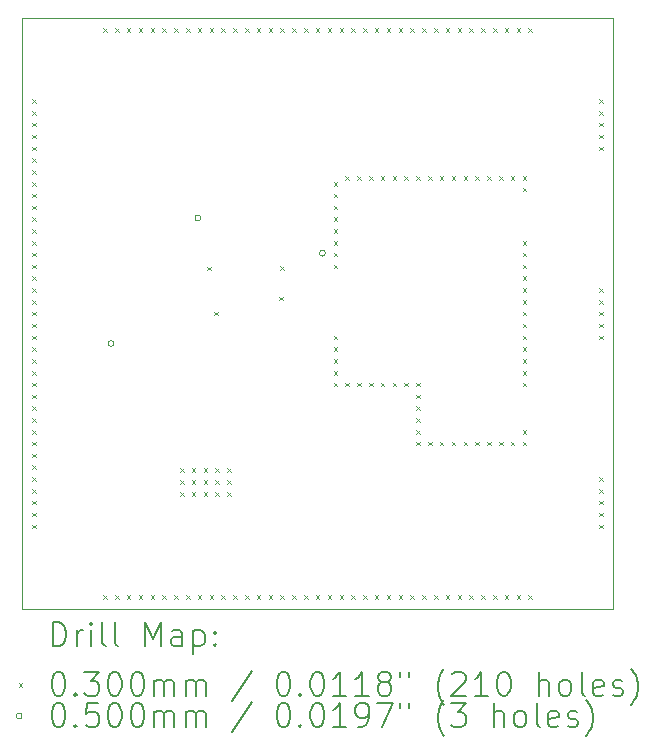
<source format=gbr>
%TF.GenerationSoftware,KiCad,Pcbnew,9.0.1*%
%TF.CreationDate,2025-06-27T23:52:13+02:00*%
%TF.ProjectId,NPI,4e50492e-6b69-4636-9164-5f7063625858,rev?*%
%TF.SameCoordinates,Original*%
%TF.FileFunction,Drillmap*%
%TF.FilePolarity,Positive*%
%FSLAX45Y45*%
G04 Gerber Fmt 4.5, Leading zero omitted, Abs format (unit mm)*
G04 Created by KiCad (PCBNEW 9.0.1) date 2025-06-27 23:52:13*
%MOMM*%
%LPD*%
G01*
G04 APERTURE LIST*
%ADD10C,0.050000*%
%ADD11C,0.200000*%
%ADD12C,0.100000*%
G04 APERTURE END LIST*
D10*
X3700000Y-9200000D02*
X8700000Y-9200000D01*
X8700000Y-14200000D01*
X3700000Y-14200000D01*
X3700000Y-9200000D01*
D11*
D12*
X3785000Y-9885000D02*
X3815000Y-9915000D01*
X3815000Y-9885000D02*
X3785000Y-9915000D01*
X3785000Y-9985000D02*
X3815000Y-10015000D01*
X3815000Y-9985000D02*
X3785000Y-10015000D01*
X3785000Y-10085000D02*
X3815000Y-10115000D01*
X3815000Y-10085000D02*
X3785000Y-10115000D01*
X3785000Y-10185000D02*
X3815000Y-10215000D01*
X3815000Y-10185000D02*
X3785000Y-10215000D01*
X3785000Y-10285000D02*
X3815000Y-10315000D01*
X3815000Y-10285000D02*
X3785000Y-10315000D01*
X3785000Y-10385000D02*
X3815000Y-10415000D01*
X3815000Y-10385000D02*
X3785000Y-10415000D01*
X3785000Y-10485000D02*
X3815000Y-10515000D01*
X3815000Y-10485000D02*
X3785000Y-10515000D01*
X3785000Y-10585000D02*
X3815000Y-10615000D01*
X3815000Y-10585000D02*
X3785000Y-10615000D01*
X3785000Y-10685000D02*
X3815000Y-10715000D01*
X3815000Y-10685000D02*
X3785000Y-10715000D01*
X3785000Y-10785000D02*
X3815000Y-10815000D01*
X3815000Y-10785000D02*
X3785000Y-10815000D01*
X3785000Y-10885000D02*
X3815000Y-10915000D01*
X3815000Y-10885000D02*
X3785000Y-10915000D01*
X3785000Y-10985000D02*
X3815000Y-11015000D01*
X3815000Y-10985000D02*
X3785000Y-11015000D01*
X3785000Y-11085000D02*
X3815000Y-11115000D01*
X3815000Y-11085000D02*
X3785000Y-11115000D01*
X3785000Y-11185000D02*
X3815000Y-11215000D01*
X3815000Y-11185000D02*
X3785000Y-11215000D01*
X3785000Y-11285000D02*
X3815000Y-11315000D01*
X3815000Y-11285000D02*
X3785000Y-11315000D01*
X3785000Y-11385000D02*
X3815000Y-11415000D01*
X3815000Y-11385000D02*
X3785000Y-11415000D01*
X3785000Y-11485000D02*
X3815000Y-11515000D01*
X3815000Y-11485000D02*
X3785000Y-11515000D01*
X3785000Y-11585000D02*
X3815000Y-11615000D01*
X3815000Y-11585000D02*
X3785000Y-11615000D01*
X3785000Y-11685000D02*
X3815000Y-11715000D01*
X3815000Y-11685000D02*
X3785000Y-11715000D01*
X3785000Y-11785000D02*
X3815000Y-11815000D01*
X3815000Y-11785000D02*
X3785000Y-11815000D01*
X3785000Y-11885000D02*
X3815000Y-11915000D01*
X3815000Y-11885000D02*
X3785000Y-11915000D01*
X3785000Y-11985000D02*
X3815000Y-12015000D01*
X3815000Y-11985000D02*
X3785000Y-12015000D01*
X3785000Y-12085000D02*
X3815000Y-12115000D01*
X3815000Y-12085000D02*
X3785000Y-12115000D01*
X3785000Y-12185000D02*
X3815000Y-12215000D01*
X3815000Y-12185000D02*
X3785000Y-12215000D01*
X3785000Y-12285000D02*
X3815000Y-12315000D01*
X3815000Y-12285000D02*
X3785000Y-12315000D01*
X3785000Y-12385000D02*
X3815000Y-12415000D01*
X3815000Y-12385000D02*
X3785000Y-12415000D01*
X3785000Y-12485000D02*
X3815000Y-12515000D01*
X3815000Y-12485000D02*
X3785000Y-12515000D01*
X3785000Y-12585000D02*
X3815000Y-12615000D01*
X3815000Y-12585000D02*
X3785000Y-12615000D01*
X3785000Y-12685000D02*
X3815000Y-12715000D01*
X3815000Y-12685000D02*
X3785000Y-12715000D01*
X3785000Y-12785000D02*
X3815000Y-12815000D01*
X3815000Y-12785000D02*
X3785000Y-12815000D01*
X3785000Y-12885000D02*
X3815000Y-12915000D01*
X3815000Y-12885000D02*
X3785000Y-12915000D01*
X3785000Y-12985000D02*
X3815000Y-13015000D01*
X3815000Y-12985000D02*
X3785000Y-13015000D01*
X3785000Y-13085000D02*
X3815000Y-13115000D01*
X3815000Y-13085000D02*
X3785000Y-13115000D01*
X3785000Y-13185000D02*
X3815000Y-13215000D01*
X3815000Y-13185000D02*
X3785000Y-13215000D01*
X3785000Y-13285000D02*
X3815000Y-13315000D01*
X3815000Y-13285000D02*
X3785000Y-13315000D01*
X3785000Y-13385000D02*
X3815000Y-13415000D01*
X3815000Y-13385000D02*
X3785000Y-13415000D01*
X3785000Y-13485000D02*
X3815000Y-13515000D01*
X3815000Y-13485000D02*
X3785000Y-13515000D01*
X4385000Y-9285000D02*
X4415000Y-9315000D01*
X4415000Y-9285000D02*
X4385000Y-9315000D01*
X4385000Y-14085000D02*
X4415000Y-14115000D01*
X4415000Y-14085000D02*
X4385000Y-14115000D01*
X4485000Y-9285000D02*
X4515000Y-9315000D01*
X4515000Y-9285000D02*
X4485000Y-9315000D01*
X4485000Y-14085000D02*
X4515000Y-14115000D01*
X4515000Y-14085000D02*
X4485000Y-14115000D01*
X4585000Y-9285000D02*
X4615000Y-9315000D01*
X4615000Y-9285000D02*
X4585000Y-9315000D01*
X4585000Y-14085000D02*
X4615000Y-14115000D01*
X4615000Y-14085000D02*
X4585000Y-14115000D01*
X4685000Y-9285000D02*
X4715000Y-9315000D01*
X4715000Y-9285000D02*
X4685000Y-9315000D01*
X4685000Y-14085000D02*
X4715000Y-14115000D01*
X4715000Y-14085000D02*
X4685000Y-14115000D01*
X4785000Y-9285000D02*
X4815000Y-9315000D01*
X4815000Y-9285000D02*
X4785000Y-9315000D01*
X4785000Y-14085000D02*
X4815000Y-14115000D01*
X4815000Y-14085000D02*
X4785000Y-14115000D01*
X4885000Y-9285000D02*
X4915000Y-9315000D01*
X4915000Y-9285000D02*
X4885000Y-9315000D01*
X4885000Y-14085000D02*
X4915000Y-14115000D01*
X4915000Y-14085000D02*
X4885000Y-14115000D01*
X4985000Y-9285000D02*
X5015000Y-9315000D01*
X5015000Y-9285000D02*
X4985000Y-9315000D01*
X4985000Y-14085000D02*
X5015000Y-14115000D01*
X5015000Y-14085000D02*
X4985000Y-14115000D01*
X5035000Y-13010000D02*
X5065000Y-13040000D01*
X5065000Y-13010000D02*
X5035000Y-13040000D01*
X5035000Y-13110000D02*
X5065000Y-13140000D01*
X5065000Y-13110000D02*
X5035000Y-13140000D01*
X5035000Y-13210000D02*
X5065000Y-13240000D01*
X5065000Y-13210000D02*
X5035000Y-13240000D01*
X5085000Y-9285000D02*
X5115000Y-9315000D01*
X5115000Y-9285000D02*
X5085000Y-9315000D01*
X5085000Y-14085000D02*
X5115000Y-14115000D01*
X5115000Y-14085000D02*
X5085000Y-14115000D01*
X5135000Y-13010000D02*
X5165000Y-13040000D01*
X5165000Y-13010000D02*
X5135000Y-13040000D01*
X5135000Y-13110000D02*
X5165000Y-13140000D01*
X5165000Y-13110000D02*
X5135000Y-13140000D01*
X5135000Y-13210000D02*
X5165000Y-13240000D01*
X5165000Y-13210000D02*
X5135000Y-13240000D01*
X5185000Y-9285000D02*
X5215000Y-9315000D01*
X5215000Y-9285000D02*
X5185000Y-9315000D01*
X5185000Y-14085000D02*
X5215000Y-14115000D01*
X5215000Y-14085000D02*
X5185000Y-14115000D01*
X5235000Y-13010000D02*
X5265000Y-13040000D01*
X5265000Y-13010000D02*
X5235000Y-13040000D01*
X5235000Y-13110000D02*
X5265000Y-13140000D01*
X5265000Y-13110000D02*
X5235000Y-13140000D01*
X5235000Y-13210000D02*
X5265000Y-13240000D01*
X5265000Y-13210000D02*
X5235000Y-13240000D01*
X5265000Y-11301000D02*
X5295000Y-11331000D01*
X5295000Y-11301000D02*
X5265000Y-11331000D01*
X5285000Y-9285000D02*
X5315000Y-9315000D01*
X5315000Y-9285000D02*
X5285000Y-9315000D01*
X5285000Y-14085000D02*
X5315000Y-14115000D01*
X5315000Y-14085000D02*
X5285000Y-14115000D01*
X5322000Y-11682000D02*
X5352000Y-11712000D01*
X5352000Y-11682000D02*
X5322000Y-11712000D01*
X5335000Y-13010000D02*
X5365000Y-13040000D01*
X5365000Y-13010000D02*
X5335000Y-13040000D01*
X5335000Y-13110000D02*
X5365000Y-13140000D01*
X5365000Y-13110000D02*
X5335000Y-13140000D01*
X5335000Y-13210000D02*
X5365000Y-13240000D01*
X5365000Y-13210000D02*
X5335000Y-13240000D01*
X5385000Y-9285000D02*
X5415000Y-9315000D01*
X5415000Y-9285000D02*
X5385000Y-9315000D01*
X5385000Y-14085000D02*
X5415000Y-14115000D01*
X5415000Y-14085000D02*
X5385000Y-14115000D01*
X5435000Y-13010000D02*
X5465000Y-13040000D01*
X5465000Y-13010000D02*
X5435000Y-13040000D01*
X5435000Y-13110000D02*
X5465000Y-13140000D01*
X5465000Y-13110000D02*
X5435000Y-13140000D01*
X5435000Y-13210000D02*
X5465000Y-13240000D01*
X5465000Y-13210000D02*
X5435000Y-13240000D01*
X5485000Y-9285000D02*
X5515000Y-9315000D01*
X5515000Y-9285000D02*
X5485000Y-9315000D01*
X5485000Y-14085000D02*
X5515000Y-14115000D01*
X5515000Y-14085000D02*
X5485000Y-14115000D01*
X5585000Y-9285000D02*
X5615000Y-9315000D01*
X5615000Y-9285000D02*
X5585000Y-9315000D01*
X5585000Y-14085000D02*
X5615000Y-14115000D01*
X5615000Y-14085000D02*
X5585000Y-14115000D01*
X5685000Y-9285000D02*
X5715000Y-9315000D01*
X5715000Y-9285000D02*
X5685000Y-9315000D01*
X5685000Y-14085000D02*
X5715000Y-14115000D01*
X5715000Y-14085000D02*
X5685000Y-14115000D01*
X5785000Y-9285000D02*
X5815000Y-9315000D01*
X5815000Y-9285000D02*
X5785000Y-9315000D01*
X5785000Y-14085000D02*
X5815000Y-14115000D01*
X5815000Y-14085000D02*
X5785000Y-14115000D01*
X5875000Y-11555000D02*
X5905000Y-11585000D01*
X5905000Y-11555000D02*
X5875000Y-11585000D01*
X5885000Y-9285000D02*
X5915000Y-9315000D01*
X5915000Y-9285000D02*
X5885000Y-9315000D01*
X5885000Y-11300000D02*
X5915000Y-11330000D01*
X5915000Y-11300000D02*
X5885000Y-11330000D01*
X5885000Y-14085000D02*
X5915000Y-14115000D01*
X5915000Y-14085000D02*
X5885000Y-14115000D01*
X5985000Y-9285000D02*
X6015000Y-9315000D01*
X6015000Y-9285000D02*
X5985000Y-9315000D01*
X5985000Y-14085000D02*
X6015000Y-14115000D01*
X6015000Y-14085000D02*
X5985000Y-14115000D01*
X6085000Y-9285000D02*
X6115000Y-9315000D01*
X6115000Y-9285000D02*
X6085000Y-9315000D01*
X6085000Y-14085000D02*
X6115000Y-14115000D01*
X6115000Y-14085000D02*
X6085000Y-14115000D01*
X6185000Y-9285000D02*
X6215000Y-9315000D01*
X6215000Y-9285000D02*
X6185000Y-9315000D01*
X6185000Y-14085000D02*
X6215000Y-14115000D01*
X6215000Y-14085000D02*
X6185000Y-14115000D01*
X6285000Y-9285000D02*
X6315000Y-9315000D01*
X6315000Y-9285000D02*
X6285000Y-9315000D01*
X6285000Y-14085000D02*
X6315000Y-14115000D01*
X6315000Y-14085000D02*
X6285000Y-14115000D01*
X6335000Y-10585000D02*
X6365000Y-10615000D01*
X6365000Y-10585000D02*
X6335000Y-10615000D01*
X6335000Y-10685000D02*
X6365000Y-10715000D01*
X6365000Y-10685000D02*
X6335000Y-10715000D01*
X6335000Y-10785000D02*
X6365000Y-10815000D01*
X6365000Y-10785000D02*
X6335000Y-10815000D01*
X6335000Y-10885000D02*
X6365000Y-10915000D01*
X6365000Y-10885000D02*
X6335000Y-10915000D01*
X6335000Y-10985000D02*
X6365000Y-11015000D01*
X6365000Y-10985000D02*
X6335000Y-11015000D01*
X6335000Y-11085000D02*
X6365000Y-11115000D01*
X6365000Y-11085000D02*
X6335000Y-11115000D01*
X6335000Y-11185000D02*
X6365000Y-11215000D01*
X6365000Y-11185000D02*
X6335000Y-11215000D01*
X6335000Y-11285000D02*
X6365000Y-11315000D01*
X6365000Y-11285000D02*
X6335000Y-11315000D01*
X6335000Y-11885000D02*
X6365000Y-11915000D01*
X6365000Y-11885000D02*
X6335000Y-11915000D01*
X6335000Y-11985000D02*
X6365000Y-12015000D01*
X6365000Y-11985000D02*
X6335000Y-12015000D01*
X6335000Y-12085000D02*
X6365000Y-12115000D01*
X6365000Y-12085000D02*
X6335000Y-12115000D01*
X6335000Y-12185000D02*
X6365000Y-12215000D01*
X6365000Y-12185000D02*
X6335000Y-12215000D01*
X6335000Y-12285000D02*
X6365000Y-12315000D01*
X6365000Y-12285000D02*
X6335000Y-12315000D01*
X6385000Y-9285000D02*
X6415000Y-9315000D01*
X6415000Y-9285000D02*
X6385000Y-9315000D01*
X6385000Y-14085000D02*
X6415000Y-14115000D01*
X6415000Y-14085000D02*
X6385000Y-14115000D01*
X6435000Y-10535000D02*
X6465000Y-10565000D01*
X6465000Y-10535000D02*
X6435000Y-10565000D01*
X6435000Y-12285000D02*
X6465000Y-12315000D01*
X6465000Y-12285000D02*
X6435000Y-12315000D01*
X6485000Y-9285000D02*
X6515000Y-9315000D01*
X6515000Y-9285000D02*
X6485000Y-9315000D01*
X6485000Y-14085000D02*
X6515000Y-14115000D01*
X6515000Y-14085000D02*
X6485000Y-14115000D01*
X6535000Y-10535000D02*
X6565000Y-10565000D01*
X6565000Y-10535000D02*
X6535000Y-10565000D01*
X6535000Y-12285000D02*
X6565000Y-12315000D01*
X6565000Y-12285000D02*
X6535000Y-12315000D01*
X6585000Y-9285000D02*
X6615000Y-9315000D01*
X6615000Y-9285000D02*
X6585000Y-9315000D01*
X6585000Y-14085000D02*
X6615000Y-14115000D01*
X6615000Y-14085000D02*
X6585000Y-14115000D01*
X6635000Y-10535000D02*
X6665000Y-10565000D01*
X6665000Y-10535000D02*
X6635000Y-10565000D01*
X6635000Y-12285000D02*
X6665000Y-12315000D01*
X6665000Y-12285000D02*
X6635000Y-12315000D01*
X6685000Y-9285000D02*
X6715000Y-9315000D01*
X6715000Y-9285000D02*
X6685000Y-9315000D01*
X6685000Y-14085000D02*
X6715000Y-14115000D01*
X6715000Y-14085000D02*
X6685000Y-14115000D01*
X6735000Y-10535000D02*
X6765000Y-10565000D01*
X6765000Y-10535000D02*
X6735000Y-10565000D01*
X6735000Y-12285000D02*
X6765000Y-12315000D01*
X6765000Y-12285000D02*
X6735000Y-12315000D01*
X6785000Y-9285000D02*
X6815000Y-9315000D01*
X6815000Y-9285000D02*
X6785000Y-9315000D01*
X6785000Y-14085000D02*
X6815000Y-14115000D01*
X6815000Y-14085000D02*
X6785000Y-14115000D01*
X6835000Y-10535000D02*
X6865000Y-10565000D01*
X6865000Y-10535000D02*
X6835000Y-10565000D01*
X6835000Y-12285000D02*
X6865000Y-12315000D01*
X6865000Y-12285000D02*
X6835000Y-12315000D01*
X6885000Y-9285000D02*
X6915000Y-9315000D01*
X6915000Y-9285000D02*
X6885000Y-9315000D01*
X6885000Y-14085000D02*
X6915000Y-14115000D01*
X6915000Y-14085000D02*
X6885000Y-14115000D01*
X6935000Y-10535000D02*
X6965000Y-10565000D01*
X6965000Y-10535000D02*
X6935000Y-10565000D01*
X6935000Y-12285000D02*
X6965000Y-12315000D01*
X6965000Y-12285000D02*
X6935000Y-12315000D01*
X6985000Y-9285000D02*
X7015000Y-9315000D01*
X7015000Y-9285000D02*
X6985000Y-9315000D01*
X6985000Y-14085000D02*
X7015000Y-14115000D01*
X7015000Y-14085000D02*
X6985000Y-14115000D01*
X7035000Y-10535000D02*
X7065000Y-10565000D01*
X7065000Y-10535000D02*
X7035000Y-10565000D01*
X7035000Y-12285000D02*
X7065000Y-12315000D01*
X7065000Y-12285000D02*
X7035000Y-12315000D01*
X7035000Y-12385000D02*
X7065000Y-12415000D01*
X7065000Y-12385000D02*
X7035000Y-12415000D01*
X7035000Y-12485000D02*
X7065000Y-12515000D01*
X7065000Y-12485000D02*
X7035000Y-12515000D01*
X7035000Y-12585000D02*
X7065000Y-12615000D01*
X7065000Y-12585000D02*
X7035000Y-12615000D01*
X7035000Y-12685000D02*
X7065000Y-12715000D01*
X7065000Y-12685000D02*
X7035000Y-12715000D01*
X7035000Y-12785000D02*
X7065000Y-12815000D01*
X7065000Y-12785000D02*
X7035000Y-12815000D01*
X7085000Y-9285000D02*
X7115000Y-9315000D01*
X7115000Y-9285000D02*
X7085000Y-9315000D01*
X7085000Y-14085000D02*
X7115000Y-14115000D01*
X7115000Y-14085000D02*
X7085000Y-14115000D01*
X7135000Y-10535000D02*
X7165000Y-10565000D01*
X7165000Y-10535000D02*
X7135000Y-10565000D01*
X7135000Y-12785000D02*
X7165000Y-12815000D01*
X7165000Y-12785000D02*
X7135000Y-12815000D01*
X7185000Y-9285000D02*
X7215000Y-9315000D01*
X7215000Y-9285000D02*
X7185000Y-9315000D01*
X7185000Y-14085000D02*
X7215000Y-14115000D01*
X7215000Y-14085000D02*
X7185000Y-14115000D01*
X7235000Y-10535000D02*
X7265000Y-10565000D01*
X7265000Y-10535000D02*
X7235000Y-10565000D01*
X7235000Y-12785000D02*
X7265000Y-12815000D01*
X7265000Y-12785000D02*
X7235000Y-12815000D01*
X7285000Y-9285000D02*
X7315000Y-9315000D01*
X7315000Y-9285000D02*
X7285000Y-9315000D01*
X7285000Y-14085000D02*
X7315000Y-14115000D01*
X7315000Y-14085000D02*
X7285000Y-14115000D01*
X7335000Y-10535000D02*
X7365000Y-10565000D01*
X7365000Y-10535000D02*
X7335000Y-10565000D01*
X7335000Y-12785000D02*
X7365000Y-12815000D01*
X7365000Y-12785000D02*
X7335000Y-12815000D01*
X7385000Y-9285000D02*
X7415000Y-9315000D01*
X7415000Y-9285000D02*
X7385000Y-9315000D01*
X7385000Y-14085000D02*
X7415000Y-14115000D01*
X7415000Y-14085000D02*
X7385000Y-14115000D01*
X7435000Y-10535000D02*
X7465000Y-10565000D01*
X7465000Y-10535000D02*
X7435000Y-10565000D01*
X7435000Y-12785000D02*
X7465000Y-12815000D01*
X7465000Y-12785000D02*
X7435000Y-12815000D01*
X7485000Y-9285000D02*
X7515000Y-9315000D01*
X7515000Y-9285000D02*
X7485000Y-9315000D01*
X7485000Y-14085000D02*
X7515000Y-14115000D01*
X7515000Y-14085000D02*
X7485000Y-14115000D01*
X7535000Y-10535000D02*
X7565000Y-10565000D01*
X7565000Y-10535000D02*
X7535000Y-10565000D01*
X7535000Y-12785000D02*
X7565000Y-12815000D01*
X7565000Y-12785000D02*
X7535000Y-12815000D01*
X7585000Y-9285000D02*
X7615000Y-9315000D01*
X7615000Y-9285000D02*
X7585000Y-9315000D01*
X7585000Y-14085000D02*
X7615000Y-14115000D01*
X7615000Y-14085000D02*
X7585000Y-14115000D01*
X7635000Y-10535000D02*
X7665000Y-10565000D01*
X7665000Y-10535000D02*
X7635000Y-10565000D01*
X7635000Y-12785000D02*
X7665000Y-12815000D01*
X7665000Y-12785000D02*
X7635000Y-12815000D01*
X7685000Y-9285000D02*
X7715000Y-9315000D01*
X7715000Y-9285000D02*
X7685000Y-9315000D01*
X7685000Y-14085000D02*
X7715000Y-14115000D01*
X7715000Y-14085000D02*
X7685000Y-14115000D01*
X7735000Y-10535000D02*
X7765000Y-10565000D01*
X7765000Y-10535000D02*
X7735000Y-10565000D01*
X7735000Y-12785000D02*
X7765000Y-12815000D01*
X7765000Y-12785000D02*
X7735000Y-12815000D01*
X7785000Y-9285000D02*
X7815000Y-9315000D01*
X7815000Y-9285000D02*
X7785000Y-9315000D01*
X7785000Y-14085000D02*
X7815000Y-14115000D01*
X7815000Y-14085000D02*
X7785000Y-14115000D01*
X7835000Y-10535000D02*
X7865000Y-10565000D01*
X7865000Y-10535000D02*
X7835000Y-10565000D01*
X7835000Y-12785000D02*
X7865000Y-12815000D01*
X7865000Y-12785000D02*
X7835000Y-12815000D01*
X7885000Y-9285000D02*
X7915000Y-9315000D01*
X7915000Y-9285000D02*
X7885000Y-9315000D01*
X7885000Y-14085000D02*
X7915000Y-14115000D01*
X7915000Y-14085000D02*
X7885000Y-14115000D01*
X7935000Y-10535000D02*
X7965000Y-10565000D01*
X7965000Y-10535000D02*
X7935000Y-10565000D01*
X7935000Y-10635000D02*
X7965000Y-10665000D01*
X7965000Y-10635000D02*
X7935000Y-10665000D01*
X7935000Y-11085000D02*
X7965000Y-11115000D01*
X7965000Y-11085000D02*
X7935000Y-11115000D01*
X7935000Y-11185000D02*
X7965000Y-11215000D01*
X7965000Y-11185000D02*
X7935000Y-11215000D01*
X7935000Y-11285000D02*
X7965000Y-11315000D01*
X7965000Y-11285000D02*
X7935000Y-11315000D01*
X7935000Y-11385000D02*
X7965000Y-11415000D01*
X7965000Y-11385000D02*
X7935000Y-11415000D01*
X7935000Y-11485000D02*
X7965000Y-11515000D01*
X7965000Y-11485000D02*
X7935000Y-11515000D01*
X7935000Y-11585000D02*
X7965000Y-11615000D01*
X7965000Y-11585000D02*
X7935000Y-11615000D01*
X7935000Y-11685000D02*
X7965000Y-11715000D01*
X7965000Y-11685000D02*
X7935000Y-11715000D01*
X7935000Y-11785000D02*
X7965000Y-11815000D01*
X7965000Y-11785000D02*
X7935000Y-11815000D01*
X7935000Y-11885000D02*
X7965000Y-11915000D01*
X7965000Y-11885000D02*
X7935000Y-11915000D01*
X7935000Y-11985000D02*
X7965000Y-12015000D01*
X7965000Y-11985000D02*
X7935000Y-12015000D01*
X7935000Y-12085000D02*
X7965000Y-12115000D01*
X7965000Y-12085000D02*
X7935000Y-12115000D01*
X7935000Y-12185000D02*
X7965000Y-12215000D01*
X7965000Y-12185000D02*
X7935000Y-12215000D01*
X7935000Y-12285000D02*
X7965000Y-12315000D01*
X7965000Y-12285000D02*
X7935000Y-12315000D01*
X7935000Y-12685000D02*
X7965000Y-12715000D01*
X7965000Y-12685000D02*
X7935000Y-12715000D01*
X7935000Y-12785000D02*
X7965000Y-12815000D01*
X7965000Y-12785000D02*
X7935000Y-12815000D01*
X7985000Y-9285000D02*
X8015000Y-9315000D01*
X8015000Y-9285000D02*
X7985000Y-9315000D01*
X7985000Y-14085000D02*
X8015000Y-14115000D01*
X8015000Y-14085000D02*
X7985000Y-14115000D01*
X8585000Y-9885000D02*
X8615000Y-9915000D01*
X8615000Y-9885000D02*
X8585000Y-9915000D01*
X8585000Y-9985000D02*
X8615000Y-10015000D01*
X8615000Y-9985000D02*
X8585000Y-10015000D01*
X8585000Y-10085000D02*
X8615000Y-10115000D01*
X8615000Y-10085000D02*
X8585000Y-10115000D01*
X8585000Y-10185000D02*
X8615000Y-10215000D01*
X8615000Y-10185000D02*
X8585000Y-10215000D01*
X8585000Y-10285000D02*
X8615000Y-10315000D01*
X8615000Y-10285000D02*
X8585000Y-10315000D01*
X8585000Y-11485000D02*
X8615000Y-11515000D01*
X8615000Y-11485000D02*
X8585000Y-11515000D01*
X8585000Y-11585000D02*
X8615000Y-11615000D01*
X8615000Y-11585000D02*
X8585000Y-11615000D01*
X8585000Y-11685000D02*
X8615000Y-11715000D01*
X8615000Y-11685000D02*
X8585000Y-11715000D01*
X8585000Y-11785000D02*
X8615000Y-11815000D01*
X8615000Y-11785000D02*
X8585000Y-11815000D01*
X8585000Y-11885000D02*
X8615000Y-11915000D01*
X8615000Y-11885000D02*
X8585000Y-11915000D01*
X8585000Y-13085000D02*
X8615000Y-13115000D01*
X8615000Y-13085000D02*
X8585000Y-13115000D01*
X8585000Y-13185000D02*
X8615000Y-13215000D01*
X8615000Y-13185000D02*
X8585000Y-13215000D01*
X8585000Y-13285000D02*
X8615000Y-13315000D01*
X8615000Y-13285000D02*
X8585000Y-13315000D01*
X8585000Y-13385000D02*
X8615000Y-13415000D01*
X8615000Y-13385000D02*
X8585000Y-13415000D01*
X8585000Y-13485000D02*
X8615000Y-13515000D01*
X8615000Y-13485000D02*
X8585000Y-13515000D01*
X4475000Y-11952500D02*
G75*
G02*
X4425000Y-11952500I-25000J0D01*
G01*
X4425000Y-11952500D02*
G75*
G02*
X4475000Y-11952500I25000J0D01*
G01*
X5210000Y-10890000D02*
G75*
G02*
X5160000Y-10890000I-25000J0D01*
G01*
X5160000Y-10890000D02*
G75*
G02*
X5210000Y-10890000I25000J0D01*
G01*
X6265000Y-11187500D02*
G75*
G02*
X6215000Y-11187500I-25000J0D01*
G01*
X6215000Y-11187500D02*
G75*
G02*
X6265000Y-11187500I25000J0D01*
G01*
D11*
X3958277Y-14513984D02*
X3958277Y-14313984D01*
X3958277Y-14313984D02*
X4005896Y-14313984D01*
X4005896Y-14313984D02*
X4034467Y-14323508D01*
X4034467Y-14323508D02*
X4053515Y-14342555D01*
X4053515Y-14342555D02*
X4063039Y-14361603D01*
X4063039Y-14361603D02*
X4072562Y-14399698D01*
X4072562Y-14399698D02*
X4072562Y-14428269D01*
X4072562Y-14428269D02*
X4063039Y-14466365D01*
X4063039Y-14466365D02*
X4053515Y-14485412D01*
X4053515Y-14485412D02*
X4034467Y-14504460D01*
X4034467Y-14504460D02*
X4005896Y-14513984D01*
X4005896Y-14513984D02*
X3958277Y-14513984D01*
X4158277Y-14513984D02*
X4158277Y-14380650D01*
X4158277Y-14418746D02*
X4167801Y-14399698D01*
X4167801Y-14399698D02*
X4177324Y-14390174D01*
X4177324Y-14390174D02*
X4196372Y-14380650D01*
X4196372Y-14380650D02*
X4215420Y-14380650D01*
X4282086Y-14513984D02*
X4282086Y-14380650D01*
X4282086Y-14313984D02*
X4272563Y-14323508D01*
X4272563Y-14323508D02*
X4282086Y-14333031D01*
X4282086Y-14333031D02*
X4291610Y-14323508D01*
X4291610Y-14323508D02*
X4282086Y-14313984D01*
X4282086Y-14313984D02*
X4282086Y-14333031D01*
X4405896Y-14513984D02*
X4386848Y-14504460D01*
X4386848Y-14504460D02*
X4377324Y-14485412D01*
X4377324Y-14485412D02*
X4377324Y-14313984D01*
X4510658Y-14513984D02*
X4491610Y-14504460D01*
X4491610Y-14504460D02*
X4482086Y-14485412D01*
X4482086Y-14485412D02*
X4482086Y-14313984D01*
X4739229Y-14513984D02*
X4739229Y-14313984D01*
X4739229Y-14313984D02*
X4805896Y-14456841D01*
X4805896Y-14456841D02*
X4872563Y-14313984D01*
X4872563Y-14313984D02*
X4872563Y-14513984D01*
X5053515Y-14513984D02*
X5053515Y-14409222D01*
X5053515Y-14409222D02*
X5043991Y-14390174D01*
X5043991Y-14390174D02*
X5024944Y-14380650D01*
X5024944Y-14380650D02*
X4986848Y-14380650D01*
X4986848Y-14380650D02*
X4967801Y-14390174D01*
X5053515Y-14504460D02*
X5034467Y-14513984D01*
X5034467Y-14513984D02*
X4986848Y-14513984D01*
X4986848Y-14513984D02*
X4967801Y-14504460D01*
X4967801Y-14504460D02*
X4958277Y-14485412D01*
X4958277Y-14485412D02*
X4958277Y-14466365D01*
X4958277Y-14466365D02*
X4967801Y-14447317D01*
X4967801Y-14447317D02*
X4986848Y-14437793D01*
X4986848Y-14437793D02*
X5034467Y-14437793D01*
X5034467Y-14437793D02*
X5053515Y-14428269D01*
X5148753Y-14380650D02*
X5148753Y-14580650D01*
X5148753Y-14390174D02*
X5167801Y-14380650D01*
X5167801Y-14380650D02*
X5205896Y-14380650D01*
X5205896Y-14380650D02*
X5224944Y-14390174D01*
X5224944Y-14390174D02*
X5234467Y-14399698D01*
X5234467Y-14399698D02*
X5243991Y-14418746D01*
X5243991Y-14418746D02*
X5243991Y-14475888D01*
X5243991Y-14475888D02*
X5234467Y-14494936D01*
X5234467Y-14494936D02*
X5224944Y-14504460D01*
X5224944Y-14504460D02*
X5205896Y-14513984D01*
X5205896Y-14513984D02*
X5167801Y-14513984D01*
X5167801Y-14513984D02*
X5148753Y-14504460D01*
X5329705Y-14494936D02*
X5339229Y-14504460D01*
X5339229Y-14504460D02*
X5329705Y-14513984D01*
X5329705Y-14513984D02*
X5320182Y-14504460D01*
X5320182Y-14504460D02*
X5329705Y-14494936D01*
X5329705Y-14494936D02*
X5329705Y-14513984D01*
X5329705Y-14390174D02*
X5339229Y-14399698D01*
X5339229Y-14399698D02*
X5329705Y-14409222D01*
X5329705Y-14409222D02*
X5320182Y-14399698D01*
X5320182Y-14399698D02*
X5329705Y-14390174D01*
X5329705Y-14390174D02*
X5329705Y-14409222D01*
D12*
X3667500Y-14827500D02*
X3697500Y-14857500D01*
X3697500Y-14827500D02*
X3667500Y-14857500D01*
D11*
X3996372Y-14733984D02*
X4015420Y-14733984D01*
X4015420Y-14733984D02*
X4034467Y-14743508D01*
X4034467Y-14743508D02*
X4043991Y-14753031D01*
X4043991Y-14753031D02*
X4053515Y-14772079D01*
X4053515Y-14772079D02*
X4063039Y-14810174D01*
X4063039Y-14810174D02*
X4063039Y-14857793D01*
X4063039Y-14857793D02*
X4053515Y-14895888D01*
X4053515Y-14895888D02*
X4043991Y-14914936D01*
X4043991Y-14914936D02*
X4034467Y-14924460D01*
X4034467Y-14924460D02*
X4015420Y-14933984D01*
X4015420Y-14933984D02*
X3996372Y-14933984D01*
X3996372Y-14933984D02*
X3977324Y-14924460D01*
X3977324Y-14924460D02*
X3967801Y-14914936D01*
X3967801Y-14914936D02*
X3958277Y-14895888D01*
X3958277Y-14895888D02*
X3948753Y-14857793D01*
X3948753Y-14857793D02*
X3948753Y-14810174D01*
X3948753Y-14810174D02*
X3958277Y-14772079D01*
X3958277Y-14772079D02*
X3967801Y-14753031D01*
X3967801Y-14753031D02*
X3977324Y-14743508D01*
X3977324Y-14743508D02*
X3996372Y-14733984D01*
X4148753Y-14914936D02*
X4158277Y-14924460D01*
X4158277Y-14924460D02*
X4148753Y-14933984D01*
X4148753Y-14933984D02*
X4139229Y-14924460D01*
X4139229Y-14924460D02*
X4148753Y-14914936D01*
X4148753Y-14914936D02*
X4148753Y-14933984D01*
X4224944Y-14733984D02*
X4348753Y-14733984D01*
X4348753Y-14733984D02*
X4282086Y-14810174D01*
X4282086Y-14810174D02*
X4310658Y-14810174D01*
X4310658Y-14810174D02*
X4329705Y-14819698D01*
X4329705Y-14819698D02*
X4339229Y-14829222D01*
X4339229Y-14829222D02*
X4348753Y-14848269D01*
X4348753Y-14848269D02*
X4348753Y-14895888D01*
X4348753Y-14895888D02*
X4339229Y-14914936D01*
X4339229Y-14914936D02*
X4329705Y-14924460D01*
X4329705Y-14924460D02*
X4310658Y-14933984D01*
X4310658Y-14933984D02*
X4253515Y-14933984D01*
X4253515Y-14933984D02*
X4234467Y-14924460D01*
X4234467Y-14924460D02*
X4224944Y-14914936D01*
X4472563Y-14733984D02*
X4491610Y-14733984D01*
X4491610Y-14733984D02*
X4510658Y-14743508D01*
X4510658Y-14743508D02*
X4520182Y-14753031D01*
X4520182Y-14753031D02*
X4529705Y-14772079D01*
X4529705Y-14772079D02*
X4539229Y-14810174D01*
X4539229Y-14810174D02*
X4539229Y-14857793D01*
X4539229Y-14857793D02*
X4529705Y-14895888D01*
X4529705Y-14895888D02*
X4520182Y-14914936D01*
X4520182Y-14914936D02*
X4510658Y-14924460D01*
X4510658Y-14924460D02*
X4491610Y-14933984D01*
X4491610Y-14933984D02*
X4472563Y-14933984D01*
X4472563Y-14933984D02*
X4453515Y-14924460D01*
X4453515Y-14924460D02*
X4443991Y-14914936D01*
X4443991Y-14914936D02*
X4434467Y-14895888D01*
X4434467Y-14895888D02*
X4424944Y-14857793D01*
X4424944Y-14857793D02*
X4424944Y-14810174D01*
X4424944Y-14810174D02*
X4434467Y-14772079D01*
X4434467Y-14772079D02*
X4443991Y-14753031D01*
X4443991Y-14753031D02*
X4453515Y-14743508D01*
X4453515Y-14743508D02*
X4472563Y-14733984D01*
X4663039Y-14733984D02*
X4682086Y-14733984D01*
X4682086Y-14733984D02*
X4701134Y-14743508D01*
X4701134Y-14743508D02*
X4710658Y-14753031D01*
X4710658Y-14753031D02*
X4720182Y-14772079D01*
X4720182Y-14772079D02*
X4729705Y-14810174D01*
X4729705Y-14810174D02*
X4729705Y-14857793D01*
X4729705Y-14857793D02*
X4720182Y-14895888D01*
X4720182Y-14895888D02*
X4710658Y-14914936D01*
X4710658Y-14914936D02*
X4701134Y-14924460D01*
X4701134Y-14924460D02*
X4682086Y-14933984D01*
X4682086Y-14933984D02*
X4663039Y-14933984D01*
X4663039Y-14933984D02*
X4643991Y-14924460D01*
X4643991Y-14924460D02*
X4634467Y-14914936D01*
X4634467Y-14914936D02*
X4624944Y-14895888D01*
X4624944Y-14895888D02*
X4615420Y-14857793D01*
X4615420Y-14857793D02*
X4615420Y-14810174D01*
X4615420Y-14810174D02*
X4624944Y-14772079D01*
X4624944Y-14772079D02*
X4634467Y-14753031D01*
X4634467Y-14753031D02*
X4643991Y-14743508D01*
X4643991Y-14743508D02*
X4663039Y-14733984D01*
X4815420Y-14933984D02*
X4815420Y-14800650D01*
X4815420Y-14819698D02*
X4824944Y-14810174D01*
X4824944Y-14810174D02*
X4843991Y-14800650D01*
X4843991Y-14800650D02*
X4872563Y-14800650D01*
X4872563Y-14800650D02*
X4891610Y-14810174D01*
X4891610Y-14810174D02*
X4901134Y-14829222D01*
X4901134Y-14829222D02*
X4901134Y-14933984D01*
X4901134Y-14829222D02*
X4910658Y-14810174D01*
X4910658Y-14810174D02*
X4929705Y-14800650D01*
X4929705Y-14800650D02*
X4958277Y-14800650D01*
X4958277Y-14800650D02*
X4977325Y-14810174D01*
X4977325Y-14810174D02*
X4986848Y-14829222D01*
X4986848Y-14829222D02*
X4986848Y-14933984D01*
X5082086Y-14933984D02*
X5082086Y-14800650D01*
X5082086Y-14819698D02*
X5091610Y-14810174D01*
X5091610Y-14810174D02*
X5110658Y-14800650D01*
X5110658Y-14800650D02*
X5139229Y-14800650D01*
X5139229Y-14800650D02*
X5158277Y-14810174D01*
X5158277Y-14810174D02*
X5167801Y-14829222D01*
X5167801Y-14829222D02*
X5167801Y-14933984D01*
X5167801Y-14829222D02*
X5177325Y-14810174D01*
X5177325Y-14810174D02*
X5196372Y-14800650D01*
X5196372Y-14800650D02*
X5224944Y-14800650D01*
X5224944Y-14800650D02*
X5243991Y-14810174D01*
X5243991Y-14810174D02*
X5253515Y-14829222D01*
X5253515Y-14829222D02*
X5253515Y-14933984D01*
X5643991Y-14724460D02*
X5472563Y-14981603D01*
X5901134Y-14733984D02*
X5920182Y-14733984D01*
X5920182Y-14733984D02*
X5939229Y-14743508D01*
X5939229Y-14743508D02*
X5948753Y-14753031D01*
X5948753Y-14753031D02*
X5958277Y-14772079D01*
X5958277Y-14772079D02*
X5967801Y-14810174D01*
X5967801Y-14810174D02*
X5967801Y-14857793D01*
X5967801Y-14857793D02*
X5958277Y-14895888D01*
X5958277Y-14895888D02*
X5948753Y-14914936D01*
X5948753Y-14914936D02*
X5939229Y-14924460D01*
X5939229Y-14924460D02*
X5920182Y-14933984D01*
X5920182Y-14933984D02*
X5901134Y-14933984D01*
X5901134Y-14933984D02*
X5882086Y-14924460D01*
X5882086Y-14924460D02*
X5872563Y-14914936D01*
X5872563Y-14914936D02*
X5863039Y-14895888D01*
X5863039Y-14895888D02*
X5853515Y-14857793D01*
X5853515Y-14857793D02*
X5853515Y-14810174D01*
X5853515Y-14810174D02*
X5863039Y-14772079D01*
X5863039Y-14772079D02*
X5872563Y-14753031D01*
X5872563Y-14753031D02*
X5882086Y-14743508D01*
X5882086Y-14743508D02*
X5901134Y-14733984D01*
X6053515Y-14914936D02*
X6063039Y-14924460D01*
X6063039Y-14924460D02*
X6053515Y-14933984D01*
X6053515Y-14933984D02*
X6043991Y-14924460D01*
X6043991Y-14924460D02*
X6053515Y-14914936D01*
X6053515Y-14914936D02*
X6053515Y-14933984D01*
X6186848Y-14733984D02*
X6205896Y-14733984D01*
X6205896Y-14733984D02*
X6224944Y-14743508D01*
X6224944Y-14743508D02*
X6234467Y-14753031D01*
X6234467Y-14753031D02*
X6243991Y-14772079D01*
X6243991Y-14772079D02*
X6253515Y-14810174D01*
X6253515Y-14810174D02*
X6253515Y-14857793D01*
X6253515Y-14857793D02*
X6243991Y-14895888D01*
X6243991Y-14895888D02*
X6234467Y-14914936D01*
X6234467Y-14914936D02*
X6224944Y-14924460D01*
X6224944Y-14924460D02*
X6205896Y-14933984D01*
X6205896Y-14933984D02*
X6186848Y-14933984D01*
X6186848Y-14933984D02*
X6167801Y-14924460D01*
X6167801Y-14924460D02*
X6158277Y-14914936D01*
X6158277Y-14914936D02*
X6148753Y-14895888D01*
X6148753Y-14895888D02*
X6139229Y-14857793D01*
X6139229Y-14857793D02*
X6139229Y-14810174D01*
X6139229Y-14810174D02*
X6148753Y-14772079D01*
X6148753Y-14772079D02*
X6158277Y-14753031D01*
X6158277Y-14753031D02*
X6167801Y-14743508D01*
X6167801Y-14743508D02*
X6186848Y-14733984D01*
X6443991Y-14933984D02*
X6329706Y-14933984D01*
X6386848Y-14933984D02*
X6386848Y-14733984D01*
X6386848Y-14733984D02*
X6367801Y-14762555D01*
X6367801Y-14762555D02*
X6348753Y-14781603D01*
X6348753Y-14781603D02*
X6329706Y-14791127D01*
X6634467Y-14933984D02*
X6520182Y-14933984D01*
X6577325Y-14933984D02*
X6577325Y-14733984D01*
X6577325Y-14733984D02*
X6558277Y-14762555D01*
X6558277Y-14762555D02*
X6539229Y-14781603D01*
X6539229Y-14781603D02*
X6520182Y-14791127D01*
X6748753Y-14819698D02*
X6729706Y-14810174D01*
X6729706Y-14810174D02*
X6720182Y-14800650D01*
X6720182Y-14800650D02*
X6710658Y-14781603D01*
X6710658Y-14781603D02*
X6710658Y-14772079D01*
X6710658Y-14772079D02*
X6720182Y-14753031D01*
X6720182Y-14753031D02*
X6729706Y-14743508D01*
X6729706Y-14743508D02*
X6748753Y-14733984D01*
X6748753Y-14733984D02*
X6786848Y-14733984D01*
X6786848Y-14733984D02*
X6805896Y-14743508D01*
X6805896Y-14743508D02*
X6815420Y-14753031D01*
X6815420Y-14753031D02*
X6824944Y-14772079D01*
X6824944Y-14772079D02*
X6824944Y-14781603D01*
X6824944Y-14781603D02*
X6815420Y-14800650D01*
X6815420Y-14800650D02*
X6805896Y-14810174D01*
X6805896Y-14810174D02*
X6786848Y-14819698D01*
X6786848Y-14819698D02*
X6748753Y-14819698D01*
X6748753Y-14819698D02*
X6729706Y-14829222D01*
X6729706Y-14829222D02*
X6720182Y-14838746D01*
X6720182Y-14838746D02*
X6710658Y-14857793D01*
X6710658Y-14857793D02*
X6710658Y-14895888D01*
X6710658Y-14895888D02*
X6720182Y-14914936D01*
X6720182Y-14914936D02*
X6729706Y-14924460D01*
X6729706Y-14924460D02*
X6748753Y-14933984D01*
X6748753Y-14933984D02*
X6786848Y-14933984D01*
X6786848Y-14933984D02*
X6805896Y-14924460D01*
X6805896Y-14924460D02*
X6815420Y-14914936D01*
X6815420Y-14914936D02*
X6824944Y-14895888D01*
X6824944Y-14895888D02*
X6824944Y-14857793D01*
X6824944Y-14857793D02*
X6815420Y-14838746D01*
X6815420Y-14838746D02*
X6805896Y-14829222D01*
X6805896Y-14829222D02*
X6786848Y-14819698D01*
X6901134Y-14733984D02*
X6901134Y-14772079D01*
X6977325Y-14733984D02*
X6977325Y-14772079D01*
X7272563Y-15010174D02*
X7263039Y-15000650D01*
X7263039Y-15000650D02*
X7243991Y-14972079D01*
X7243991Y-14972079D02*
X7234468Y-14953031D01*
X7234468Y-14953031D02*
X7224944Y-14924460D01*
X7224944Y-14924460D02*
X7215420Y-14876841D01*
X7215420Y-14876841D02*
X7215420Y-14838746D01*
X7215420Y-14838746D02*
X7224944Y-14791127D01*
X7224944Y-14791127D02*
X7234468Y-14762555D01*
X7234468Y-14762555D02*
X7243991Y-14743508D01*
X7243991Y-14743508D02*
X7263039Y-14714936D01*
X7263039Y-14714936D02*
X7272563Y-14705412D01*
X7339229Y-14753031D02*
X7348753Y-14743508D01*
X7348753Y-14743508D02*
X7367801Y-14733984D01*
X7367801Y-14733984D02*
X7415420Y-14733984D01*
X7415420Y-14733984D02*
X7434468Y-14743508D01*
X7434468Y-14743508D02*
X7443991Y-14753031D01*
X7443991Y-14753031D02*
X7453515Y-14772079D01*
X7453515Y-14772079D02*
X7453515Y-14791127D01*
X7453515Y-14791127D02*
X7443991Y-14819698D01*
X7443991Y-14819698D02*
X7329706Y-14933984D01*
X7329706Y-14933984D02*
X7453515Y-14933984D01*
X7643991Y-14933984D02*
X7529706Y-14933984D01*
X7586848Y-14933984D02*
X7586848Y-14733984D01*
X7586848Y-14733984D02*
X7567801Y-14762555D01*
X7567801Y-14762555D02*
X7548753Y-14781603D01*
X7548753Y-14781603D02*
X7529706Y-14791127D01*
X7767801Y-14733984D02*
X7786849Y-14733984D01*
X7786849Y-14733984D02*
X7805896Y-14743508D01*
X7805896Y-14743508D02*
X7815420Y-14753031D01*
X7815420Y-14753031D02*
X7824944Y-14772079D01*
X7824944Y-14772079D02*
X7834468Y-14810174D01*
X7834468Y-14810174D02*
X7834468Y-14857793D01*
X7834468Y-14857793D02*
X7824944Y-14895888D01*
X7824944Y-14895888D02*
X7815420Y-14914936D01*
X7815420Y-14914936D02*
X7805896Y-14924460D01*
X7805896Y-14924460D02*
X7786849Y-14933984D01*
X7786849Y-14933984D02*
X7767801Y-14933984D01*
X7767801Y-14933984D02*
X7748753Y-14924460D01*
X7748753Y-14924460D02*
X7739229Y-14914936D01*
X7739229Y-14914936D02*
X7729706Y-14895888D01*
X7729706Y-14895888D02*
X7720182Y-14857793D01*
X7720182Y-14857793D02*
X7720182Y-14810174D01*
X7720182Y-14810174D02*
X7729706Y-14772079D01*
X7729706Y-14772079D02*
X7739229Y-14753031D01*
X7739229Y-14753031D02*
X7748753Y-14743508D01*
X7748753Y-14743508D02*
X7767801Y-14733984D01*
X8072563Y-14933984D02*
X8072563Y-14733984D01*
X8158277Y-14933984D02*
X8158277Y-14829222D01*
X8158277Y-14829222D02*
X8148753Y-14810174D01*
X8148753Y-14810174D02*
X8129706Y-14800650D01*
X8129706Y-14800650D02*
X8101134Y-14800650D01*
X8101134Y-14800650D02*
X8082087Y-14810174D01*
X8082087Y-14810174D02*
X8072563Y-14819698D01*
X8282087Y-14933984D02*
X8263039Y-14924460D01*
X8263039Y-14924460D02*
X8253515Y-14914936D01*
X8253515Y-14914936D02*
X8243991Y-14895888D01*
X8243991Y-14895888D02*
X8243991Y-14838746D01*
X8243991Y-14838746D02*
X8253515Y-14819698D01*
X8253515Y-14819698D02*
X8263039Y-14810174D01*
X8263039Y-14810174D02*
X8282087Y-14800650D01*
X8282087Y-14800650D02*
X8310658Y-14800650D01*
X8310658Y-14800650D02*
X8329706Y-14810174D01*
X8329706Y-14810174D02*
X8339230Y-14819698D01*
X8339230Y-14819698D02*
X8348753Y-14838746D01*
X8348753Y-14838746D02*
X8348753Y-14895888D01*
X8348753Y-14895888D02*
X8339230Y-14914936D01*
X8339230Y-14914936D02*
X8329706Y-14924460D01*
X8329706Y-14924460D02*
X8310658Y-14933984D01*
X8310658Y-14933984D02*
X8282087Y-14933984D01*
X8463039Y-14933984D02*
X8443992Y-14924460D01*
X8443992Y-14924460D02*
X8434468Y-14905412D01*
X8434468Y-14905412D02*
X8434468Y-14733984D01*
X8615420Y-14924460D02*
X8596373Y-14933984D01*
X8596373Y-14933984D02*
X8558277Y-14933984D01*
X8558277Y-14933984D02*
X8539230Y-14924460D01*
X8539230Y-14924460D02*
X8529706Y-14905412D01*
X8529706Y-14905412D02*
X8529706Y-14829222D01*
X8529706Y-14829222D02*
X8539230Y-14810174D01*
X8539230Y-14810174D02*
X8558277Y-14800650D01*
X8558277Y-14800650D02*
X8596373Y-14800650D01*
X8596373Y-14800650D02*
X8615420Y-14810174D01*
X8615420Y-14810174D02*
X8624944Y-14829222D01*
X8624944Y-14829222D02*
X8624944Y-14848269D01*
X8624944Y-14848269D02*
X8529706Y-14867317D01*
X8701134Y-14924460D02*
X8720182Y-14933984D01*
X8720182Y-14933984D02*
X8758277Y-14933984D01*
X8758277Y-14933984D02*
X8777325Y-14924460D01*
X8777325Y-14924460D02*
X8786849Y-14905412D01*
X8786849Y-14905412D02*
X8786849Y-14895888D01*
X8786849Y-14895888D02*
X8777325Y-14876841D01*
X8777325Y-14876841D02*
X8758277Y-14867317D01*
X8758277Y-14867317D02*
X8729706Y-14867317D01*
X8729706Y-14867317D02*
X8710658Y-14857793D01*
X8710658Y-14857793D02*
X8701134Y-14838746D01*
X8701134Y-14838746D02*
X8701134Y-14829222D01*
X8701134Y-14829222D02*
X8710658Y-14810174D01*
X8710658Y-14810174D02*
X8729706Y-14800650D01*
X8729706Y-14800650D02*
X8758277Y-14800650D01*
X8758277Y-14800650D02*
X8777325Y-14810174D01*
X8853515Y-15010174D02*
X8863039Y-15000650D01*
X8863039Y-15000650D02*
X8882087Y-14972079D01*
X8882087Y-14972079D02*
X8891611Y-14953031D01*
X8891611Y-14953031D02*
X8901134Y-14924460D01*
X8901134Y-14924460D02*
X8910658Y-14876841D01*
X8910658Y-14876841D02*
X8910658Y-14838746D01*
X8910658Y-14838746D02*
X8901134Y-14791127D01*
X8901134Y-14791127D02*
X8891611Y-14762555D01*
X8891611Y-14762555D02*
X8882087Y-14743508D01*
X8882087Y-14743508D02*
X8863039Y-14714936D01*
X8863039Y-14714936D02*
X8853515Y-14705412D01*
D12*
X3697500Y-15106500D02*
G75*
G02*
X3647500Y-15106500I-25000J0D01*
G01*
X3647500Y-15106500D02*
G75*
G02*
X3697500Y-15106500I25000J0D01*
G01*
D11*
X3996372Y-14997984D02*
X4015420Y-14997984D01*
X4015420Y-14997984D02*
X4034467Y-15007508D01*
X4034467Y-15007508D02*
X4043991Y-15017031D01*
X4043991Y-15017031D02*
X4053515Y-15036079D01*
X4053515Y-15036079D02*
X4063039Y-15074174D01*
X4063039Y-15074174D02*
X4063039Y-15121793D01*
X4063039Y-15121793D02*
X4053515Y-15159888D01*
X4053515Y-15159888D02*
X4043991Y-15178936D01*
X4043991Y-15178936D02*
X4034467Y-15188460D01*
X4034467Y-15188460D02*
X4015420Y-15197984D01*
X4015420Y-15197984D02*
X3996372Y-15197984D01*
X3996372Y-15197984D02*
X3977324Y-15188460D01*
X3977324Y-15188460D02*
X3967801Y-15178936D01*
X3967801Y-15178936D02*
X3958277Y-15159888D01*
X3958277Y-15159888D02*
X3948753Y-15121793D01*
X3948753Y-15121793D02*
X3948753Y-15074174D01*
X3948753Y-15074174D02*
X3958277Y-15036079D01*
X3958277Y-15036079D02*
X3967801Y-15017031D01*
X3967801Y-15017031D02*
X3977324Y-15007508D01*
X3977324Y-15007508D02*
X3996372Y-14997984D01*
X4148753Y-15178936D02*
X4158277Y-15188460D01*
X4158277Y-15188460D02*
X4148753Y-15197984D01*
X4148753Y-15197984D02*
X4139229Y-15188460D01*
X4139229Y-15188460D02*
X4148753Y-15178936D01*
X4148753Y-15178936D02*
X4148753Y-15197984D01*
X4339229Y-14997984D02*
X4243991Y-14997984D01*
X4243991Y-14997984D02*
X4234467Y-15093222D01*
X4234467Y-15093222D02*
X4243991Y-15083698D01*
X4243991Y-15083698D02*
X4263039Y-15074174D01*
X4263039Y-15074174D02*
X4310658Y-15074174D01*
X4310658Y-15074174D02*
X4329705Y-15083698D01*
X4329705Y-15083698D02*
X4339229Y-15093222D01*
X4339229Y-15093222D02*
X4348753Y-15112269D01*
X4348753Y-15112269D02*
X4348753Y-15159888D01*
X4348753Y-15159888D02*
X4339229Y-15178936D01*
X4339229Y-15178936D02*
X4329705Y-15188460D01*
X4329705Y-15188460D02*
X4310658Y-15197984D01*
X4310658Y-15197984D02*
X4263039Y-15197984D01*
X4263039Y-15197984D02*
X4243991Y-15188460D01*
X4243991Y-15188460D02*
X4234467Y-15178936D01*
X4472563Y-14997984D02*
X4491610Y-14997984D01*
X4491610Y-14997984D02*
X4510658Y-15007508D01*
X4510658Y-15007508D02*
X4520182Y-15017031D01*
X4520182Y-15017031D02*
X4529705Y-15036079D01*
X4529705Y-15036079D02*
X4539229Y-15074174D01*
X4539229Y-15074174D02*
X4539229Y-15121793D01*
X4539229Y-15121793D02*
X4529705Y-15159888D01*
X4529705Y-15159888D02*
X4520182Y-15178936D01*
X4520182Y-15178936D02*
X4510658Y-15188460D01*
X4510658Y-15188460D02*
X4491610Y-15197984D01*
X4491610Y-15197984D02*
X4472563Y-15197984D01*
X4472563Y-15197984D02*
X4453515Y-15188460D01*
X4453515Y-15188460D02*
X4443991Y-15178936D01*
X4443991Y-15178936D02*
X4434467Y-15159888D01*
X4434467Y-15159888D02*
X4424944Y-15121793D01*
X4424944Y-15121793D02*
X4424944Y-15074174D01*
X4424944Y-15074174D02*
X4434467Y-15036079D01*
X4434467Y-15036079D02*
X4443991Y-15017031D01*
X4443991Y-15017031D02*
X4453515Y-15007508D01*
X4453515Y-15007508D02*
X4472563Y-14997984D01*
X4663039Y-14997984D02*
X4682086Y-14997984D01*
X4682086Y-14997984D02*
X4701134Y-15007508D01*
X4701134Y-15007508D02*
X4710658Y-15017031D01*
X4710658Y-15017031D02*
X4720182Y-15036079D01*
X4720182Y-15036079D02*
X4729705Y-15074174D01*
X4729705Y-15074174D02*
X4729705Y-15121793D01*
X4729705Y-15121793D02*
X4720182Y-15159888D01*
X4720182Y-15159888D02*
X4710658Y-15178936D01*
X4710658Y-15178936D02*
X4701134Y-15188460D01*
X4701134Y-15188460D02*
X4682086Y-15197984D01*
X4682086Y-15197984D02*
X4663039Y-15197984D01*
X4663039Y-15197984D02*
X4643991Y-15188460D01*
X4643991Y-15188460D02*
X4634467Y-15178936D01*
X4634467Y-15178936D02*
X4624944Y-15159888D01*
X4624944Y-15159888D02*
X4615420Y-15121793D01*
X4615420Y-15121793D02*
X4615420Y-15074174D01*
X4615420Y-15074174D02*
X4624944Y-15036079D01*
X4624944Y-15036079D02*
X4634467Y-15017031D01*
X4634467Y-15017031D02*
X4643991Y-15007508D01*
X4643991Y-15007508D02*
X4663039Y-14997984D01*
X4815420Y-15197984D02*
X4815420Y-15064650D01*
X4815420Y-15083698D02*
X4824944Y-15074174D01*
X4824944Y-15074174D02*
X4843991Y-15064650D01*
X4843991Y-15064650D02*
X4872563Y-15064650D01*
X4872563Y-15064650D02*
X4891610Y-15074174D01*
X4891610Y-15074174D02*
X4901134Y-15093222D01*
X4901134Y-15093222D02*
X4901134Y-15197984D01*
X4901134Y-15093222D02*
X4910658Y-15074174D01*
X4910658Y-15074174D02*
X4929705Y-15064650D01*
X4929705Y-15064650D02*
X4958277Y-15064650D01*
X4958277Y-15064650D02*
X4977325Y-15074174D01*
X4977325Y-15074174D02*
X4986848Y-15093222D01*
X4986848Y-15093222D02*
X4986848Y-15197984D01*
X5082086Y-15197984D02*
X5082086Y-15064650D01*
X5082086Y-15083698D02*
X5091610Y-15074174D01*
X5091610Y-15074174D02*
X5110658Y-15064650D01*
X5110658Y-15064650D02*
X5139229Y-15064650D01*
X5139229Y-15064650D02*
X5158277Y-15074174D01*
X5158277Y-15074174D02*
X5167801Y-15093222D01*
X5167801Y-15093222D02*
X5167801Y-15197984D01*
X5167801Y-15093222D02*
X5177325Y-15074174D01*
X5177325Y-15074174D02*
X5196372Y-15064650D01*
X5196372Y-15064650D02*
X5224944Y-15064650D01*
X5224944Y-15064650D02*
X5243991Y-15074174D01*
X5243991Y-15074174D02*
X5253515Y-15093222D01*
X5253515Y-15093222D02*
X5253515Y-15197984D01*
X5643991Y-14988460D02*
X5472563Y-15245603D01*
X5901134Y-14997984D02*
X5920182Y-14997984D01*
X5920182Y-14997984D02*
X5939229Y-15007508D01*
X5939229Y-15007508D02*
X5948753Y-15017031D01*
X5948753Y-15017031D02*
X5958277Y-15036079D01*
X5958277Y-15036079D02*
X5967801Y-15074174D01*
X5967801Y-15074174D02*
X5967801Y-15121793D01*
X5967801Y-15121793D02*
X5958277Y-15159888D01*
X5958277Y-15159888D02*
X5948753Y-15178936D01*
X5948753Y-15178936D02*
X5939229Y-15188460D01*
X5939229Y-15188460D02*
X5920182Y-15197984D01*
X5920182Y-15197984D02*
X5901134Y-15197984D01*
X5901134Y-15197984D02*
X5882086Y-15188460D01*
X5882086Y-15188460D02*
X5872563Y-15178936D01*
X5872563Y-15178936D02*
X5863039Y-15159888D01*
X5863039Y-15159888D02*
X5853515Y-15121793D01*
X5853515Y-15121793D02*
X5853515Y-15074174D01*
X5853515Y-15074174D02*
X5863039Y-15036079D01*
X5863039Y-15036079D02*
X5872563Y-15017031D01*
X5872563Y-15017031D02*
X5882086Y-15007508D01*
X5882086Y-15007508D02*
X5901134Y-14997984D01*
X6053515Y-15178936D02*
X6063039Y-15188460D01*
X6063039Y-15188460D02*
X6053515Y-15197984D01*
X6053515Y-15197984D02*
X6043991Y-15188460D01*
X6043991Y-15188460D02*
X6053515Y-15178936D01*
X6053515Y-15178936D02*
X6053515Y-15197984D01*
X6186848Y-14997984D02*
X6205896Y-14997984D01*
X6205896Y-14997984D02*
X6224944Y-15007508D01*
X6224944Y-15007508D02*
X6234467Y-15017031D01*
X6234467Y-15017031D02*
X6243991Y-15036079D01*
X6243991Y-15036079D02*
X6253515Y-15074174D01*
X6253515Y-15074174D02*
X6253515Y-15121793D01*
X6253515Y-15121793D02*
X6243991Y-15159888D01*
X6243991Y-15159888D02*
X6234467Y-15178936D01*
X6234467Y-15178936D02*
X6224944Y-15188460D01*
X6224944Y-15188460D02*
X6205896Y-15197984D01*
X6205896Y-15197984D02*
X6186848Y-15197984D01*
X6186848Y-15197984D02*
X6167801Y-15188460D01*
X6167801Y-15188460D02*
X6158277Y-15178936D01*
X6158277Y-15178936D02*
X6148753Y-15159888D01*
X6148753Y-15159888D02*
X6139229Y-15121793D01*
X6139229Y-15121793D02*
X6139229Y-15074174D01*
X6139229Y-15074174D02*
X6148753Y-15036079D01*
X6148753Y-15036079D02*
X6158277Y-15017031D01*
X6158277Y-15017031D02*
X6167801Y-15007508D01*
X6167801Y-15007508D02*
X6186848Y-14997984D01*
X6443991Y-15197984D02*
X6329706Y-15197984D01*
X6386848Y-15197984D02*
X6386848Y-14997984D01*
X6386848Y-14997984D02*
X6367801Y-15026555D01*
X6367801Y-15026555D02*
X6348753Y-15045603D01*
X6348753Y-15045603D02*
X6329706Y-15055127D01*
X6539229Y-15197984D02*
X6577325Y-15197984D01*
X6577325Y-15197984D02*
X6596372Y-15188460D01*
X6596372Y-15188460D02*
X6605896Y-15178936D01*
X6605896Y-15178936D02*
X6624944Y-15150365D01*
X6624944Y-15150365D02*
X6634467Y-15112269D01*
X6634467Y-15112269D02*
X6634467Y-15036079D01*
X6634467Y-15036079D02*
X6624944Y-15017031D01*
X6624944Y-15017031D02*
X6615420Y-15007508D01*
X6615420Y-15007508D02*
X6596372Y-14997984D01*
X6596372Y-14997984D02*
X6558277Y-14997984D01*
X6558277Y-14997984D02*
X6539229Y-15007508D01*
X6539229Y-15007508D02*
X6529706Y-15017031D01*
X6529706Y-15017031D02*
X6520182Y-15036079D01*
X6520182Y-15036079D02*
X6520182Y-15083698D01*
X6520182Y-15083698D02*
X6529706Y-15102746D01*
X6529706Y-15102746D02*
X6539229Y-15112269D01*
X6539229Y-15112269D02*
X6558277Y-15121793D01*
X6558277Y-15121793D02*
X6596372Y-15121793D01*
X6596372Y-15121793D02*
X6615420Y-15112269D01*
X6615420Y-15112269D02*
X6624944Y-15102746D01*
X6624944Y-15102746D02*
X6634467Y-15083698D01*
X6701134Y-14997984D02*
X6834467Y-14997984D01*
X6834467Y-14997984D02*
X6748753Y-15197984D01*
X6901134Y-14997984D02*
X6901134Y-15036079D01*
X6977325Y-14997984D02*
X6977325Y-15036079D01*
X7272563Y-15274174D02*
X7263039Y-15264650D01*
X7263039Y-15264650D02*
X7243991Y-15236079D01*
X7243991Y-15236079D02*
X7234468Y-15217031D01*
X7234468Y-15217031D02*
X7224944Y-15188460D01*
X7224944Y-15188460D02*
X7215420Y-15140841D01*
X7215420Y-15140841D02*
X7215420Y-15102746D01*
X7215420Y-15102746D02*
X7224944Y-15055127D01*
X7224944Y-15055127D02*
X7234468Y-15026555D01*
X7234468Y-15026555D02*
X7243991Y-15007508D01*
X7243991Y-15007508D02*
X7263039Y-14978936D01*
X7263039Y-14978936D02*
X7272563Y-14969412D01*
X7329706Y-14997984D02*
X7453515Y-14997984D01*
X7453515Y-14997984D02*
X7386848Y-15074174D01*
X7386848Y-15074174D02*
X7415420Y-15074174D01*
X7415420Y-15074174D02*
X7434468Y-15083698D01*
X7434468Y-15083698D02*
X7443991Y-15093222D01*
X7443991Y-15093222D02*
X7453515Y-15112269D01*
X7453515Y-15112269D02*
X7453515Y-15159888D01*
X7453515Y-15159888D02*
X7443991Y-15178936D01*
X7443991Y-15178936D02*
X7434468Y-15188460D01*
X7434468Y-15188460D02*
X7415420Y-15197984D01*
X7415420Y-15197984D02*
X7358277Y-15197984D01*
X7358277Y-15197984D02*
X7339229Y-15188460D01*
X7339229Y-15188460D02*
X7329706Y-15178936D01*
X7691610Y-15197984D02*
X7691610Y-14997984D01*
X7777325Y-15197984D02*
X7777325Y-15093222D01*
X7777325Y-15093222D02*
X7767801Y-15074174D01*
X7767801Y-15074174D02*
X7748753Y-15064650D01*
X7748753Y-15064650D02*
X7720182Y-15064650D01*
X7720182Y-15064650D02*
X7701134Y-15074174D01*
X7701134Y-15074174D02*
X7691610Y-15083698D01*
X7901134Y-15197984D02*
X7882087Y-15188460D01*
X7882087Y-15188460D02*
X7872563Y-15178936D01*
X7872563Y-15178936D02*
X7863039Y-15159888D01*
X7863039Y-15159888D02*
X7863039Y-15102746D01*
X7863039Y-15102746D02*
X7872563Y-15083698D01*
X7872563Y-15083698D02*
X7882087Y-15074174D01*
X7882087Y-15074174D02*
X7901134Y-15064650D01*
X7901134Y-15064650D02*
X7929706Y-15064650D01*
X7929706Y-15064650D02*
X7948753Y-15074174D01*
X7948753Y-15074174D02*
X7958277Y-15083698D01*
X7958277Y-15083698D02*
X7967801Y-15102746D01*
X7967801Y-15102746D02*
X7967801Y-15159888D01*
X7967801Y-15159888D02*
X7958277Y-15178936D01*
X7958277Y-15178936D02*
X7948753Y-15188460D01*
X7948753Y-15188460D02*
X7929706Y-15197984D01*
X7929706Y-15197984D02*
X7901134Y-15197984D01*
X8082087Y-15197984D02*
X8063039Y-15188460D01*
X8063039Y-15188460D02*
X8053515Y-15169412D01*
X8053515Y-15169412D02*
X8053515Y-14997984D01*
X8234468Y-15188460D02*
X8215420Y-15197984D01*
X8215420Y-15197984D02*
X8177325Y-15197984D01*
X8177325Y-15197984D02*
X8158277Y-15188460D01*
X8158277Y-15188460D02*
X8148753Y-15169412D01*
X8148753Y-15169412D02*
X8148753Y-15093222D01*
X8148753Y-15093222D02*
X8158277Y-15074174D01*
X8158277Y-15074174D02*
X8177325Y-15064650D01*
X8177325Y-15064650D02*
X8215420Y-15064650D01*
X8215420Y-15064650D02*
X8234468Y-15074174D01*
X8234468Y-15074174D02*
X8243991Y-15093222D01*
X8243991Y-15093222D02*
X8243991Y-15112269D01*
X8243991Y-15112269D02*
X8148753Y-15131317D01*
X8320182Y-15188460D02*
X8339230Y-15197984D01*
X8339230Y-15197984D02*
X8377325Y-15197984D01*
X8377325Y-15197984D02*
X8396373Y-15188460D01*
X8396373Y-15188460D02*
X8405896Y-15169412D01*
X8405896Y-15169412D02*
X8405896Y-15159888D01*
X8405896Y-15159888D02*
X8396373Y-15140841D01*
X8396373Y-15140841D02*
X8377325Y-15131317D01*
X8377325Y-15131317D02*
X8348753Y-15131317D01*
X8348753Y-15131317D02*
X8329706Y-15121793D01*
X8329706Y-15121793D02*
X8320182Y-15102746D01*
X8320182Y-15102746D02*
X8320182Y-15093222D01*
X8320182Y-15093222D02*
X8329706Y-15074174D01*
X8329706Y-15074174D02*
X8348753Y-15064650D01*
X8348753Y-15064650D02*
X8377325Y-15064650D01*
X8377325Y-15064650D02*
X8396373Y-15074174D01*
X8472563Y-15274174D02*
X8482087Y-15264650D01*
X8482087Y-15264650D02*
X8501134Y-15236079D01*
X8501134Y-15236079D02*
X8510658Y-15217031D01*
X8510658Y-15217031D02*
X8520182Y-15188460D01*
X8520182Y-15188460D02*
X8529706Y-15140841D01*
X8529706Y-15140841D02*
X8529706Y-15102746D01*
X8529706Y-15102746D02*
X8520182Y-15055127D01*
X8520182Y-15055127D02*
X8510658Y-15026555D01*
X8510658Y-15026555D02*
X8501134Y-15007508D01*
X8501134Y-15007508D02*
X8482087Y-14978936D01*
X8482087Y-14978936D02*
X8472563Y-14969412D01*
M02*

</source>
